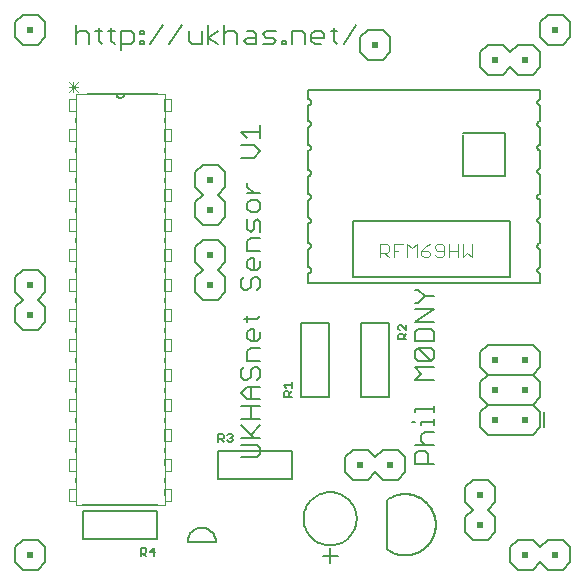
<source format=gto>
G75*
G70*
%OFA0B0*%
%FSLAX24Y24*%
%IPPOS*%
%LPD*%
%AMOC8*
5,1,8,0,0,1.08239X$1,22.5*
%
%ADD10C,0.0060*%
%ADD11C,0.0050*%
%ADD12C,0.0040*%
%ADD13C,0.0080*%
%ADD14R,0.0200X0.0200*%
%ADD15C,0.0030*%
%ADD16C,0.0000*%
D10*
X003420Y003830D02*
X005940Y003830D01*
X006160Y004610D02*
X006160Y004750D01*
X006160Y005610D02*
X006160Y005750D01*
X006160Y006610D02*
X006160Y006750D01*
X006160Y007610D02*
X006160Y007750D01*
X006160Y008610D02*
X006160Y008750D01*
X006160Y009610D02*
X006160Y009750D01*
X006160Y010610D02*
X006160Y010750D01*
X006160Y011610D02*
X006160Y011750D01*
X006160Y012610D02*
X006160Y012750D01*
X006160Y013610D02*
X006160Y013750D01*
X006160Y014610D02*
X006160Y014750D01*
X006160Y015610D02*
X006160Y015750D01*
X006160Y016610D02*
X006160Y016750D01*
X005940Y017530D02*
X004800Y017530D01*
X004560Y017530D01*
X003590Y017530D01*
X003200Y016750D02*
X003200Y016610D01*
X003200Y015750D02*
X003200Y015610D01*
X003200Y014750D02*
X003200Y014610D01*
X003200Y013750D02*
X003200Y013610D01*
X003200Y012750D02*
X003200Y012610D01*
X003200Y011750D02*
X003200Y011610D01*
X003200Y010750D02*
X003200Y010610D01*
X003200Y009750D02*
X003200Y009610D01*
X003200Y008750D02*
X003200Y008610D01*
X003200Y007750D02*
X003200Y007610D01*
X003200Y006750D02*
X003200Y006610D01*
X003200Y005750D02*
X003200Y005610D01*
X003200Y004750D02*
X003200Y004610D01*
X008709Y005430D02*
X009243Y005430D01*
X009350Y005537D01*
X009350Y005751D01*
X009243Y005857D01*
X008709Y005857D01*
X008709Y006075D02*
X009350Y006075D01*
X009136Y006075D02*
X008709Y006502D01*
X008709Y006719D02*
X009350Y006719D01*
X009350Y006502D02*
X009030Y006182D01*
X009030Y006719D02*
X009030Y007146D01*
X009030Y007364D02*
X009030Y007791D01*
X008923Y007791D02*
X009350Y007791D01*
X009243Y008009D02*
X009350Y008115D01*
X009350Y008329D01*
X009243Y008436D01*
X009136Y008436D01*
X009030Y008329D01*
X009030Y008115D01*
X008923Y008009D01*
X008816Y008009D01*
X008709Y008115D01*
X008709Y008329D01*
X008816Y008436D01*
X008923Y008653D02*
X008923Y008973D01*
X009030Y009080D01*
X009350Y009080D01*
X009243Y009298D02*
X009030Y009298D01*
X008923Y009404D01*
X008923Y009618D01*
X009030Y009725D01*
X009136Y009725D01*
X009136Y009298D01*
X009243Y009298D02*
X009350Y009404D01*
X009350Y009618D01*
X009243Y010049D02*
X008816Y010049D01*
X008923Y009942D02*
X008923Y010156D01*
X009243Y010049D02*
X009350Y010156D01*
X009243Y011016D02*
X009350Y011123D01*
X009350Y011337D01*
X009243Y011443D01*
X009136Y011443D01*
X009030Y011337D01*
X009030Y011123D01*
X008923Y011016D01*
X008816Y011016D01*
X008709Y011123D01*
X008709Y011337D01*
X008816Y011443D01*
X009030Y011661D02*
X008923Y011768D01*
X008923Y011981D01*
X009030Y012088D01*
X009136Y012088D01*
X009136Y011661D01*
X009030Y011661D02*
X009243Y011661D01*
X009350Y011768D01*
X009350Y011981D01*
X009350Y012306D02*
X008923Y012306D01*
X008923Y012626D01*
X009030Y012733D01*
X009350Y012733D01*
X009350Y012950D02*
X009350Y013270D01*
X009243Y013377D01*
X009136Y013270D01*
X009136Y013057D01*
X009030Y012950D01*
X008923Y013057D01*
X008923Y013377D01*
X009030Y013595D02*
X009243Y013595D01*
X009350Y013701D01*
X009350Y013915D01*
X009243Y014022D01*
X009030Y014022D01*
X008923Y013915D01*
X008923Y013701D01*
X009030Y013595D01*
X009136Y014239D02*
X008923Y014453D01*
X008923Y014559D01*
X008923Y014239D02*
X009350Y014239D01*
X009136Y015421D02*
X008709Y015421D01*
X008709Y015848D02*
X009136Y015848D01*
X009350Y015634D01*
X009136Y015421D01*
X008923Y016065D02*
X008709Y016279D01*
X009350Y016279D01*
X009350Y016492D02*
X009350Y016065D01*
X009441Y019210D02*
X009761Y019210D01*
X009868Y019317D01*
X009761Y019424D01*
X009547Y019424D01*
X009441Y019530D01*
X009547Y019637D01*
X009868Y019637D01*
X010085Y019317D02*
X010192Y019317D01*
X010192Y019210D01*
X010085Y019210D01*
X010085Y019317D01*
X010407Y019210D02*
X010407Y019637D01*
X010728Y019637D01*
X010835Y019530D01*
X010835Y019210D01*
X011052Y019317D02*
X011052Y019530D01*
X011159Y019637D01*
X011372Y019637D01*
X011479Y019530D01*
X011479Y019424D01*
X011052Y019424D01*
X011052Y019317D02*
X011159Y019210D01*
X011372Y019210D01*
X011803Y019317D02*
X011910Y019210D01*
X011803Y019317D02*
X011803Y019744D01*
X011697Y019637D02*
X011910Y019637D01*
X012126Y019210D02*
X012553Y019851D01*
X009223Y019530D02*
X009223Y019210D01*
X008903Y019210D01*
X008796Y019317D01*
X008903Y019424D01*
X009223Y019424D01*
X009223Y019530D02*
X009116Y019637D01*
X008903Y019637D01*
X008579Y019530D02*
X008579Y019210D01*
X008579Y019530D02*
X008472Y019637D01*
X008258Y019637D01*
X008152Y019530D01*
X007935Y019637D02*
X007614Y019424D01*
X007935Y019210D01*
X008152Y019210D02*
X008152Y019851D01*
X007614Y019851D02*
X007614Y019210D01*
X007397Y019210D02*
X007397Y019637D01*
X007397Y019210D02*
X007077Y019210D01*
X006970Y019317D01*
X006970Y019637D01*
X006752Y019851D02*
X006325Y019210D01*
X005681Y019210D02*
X006108Y019851D01*
X005465Y019637D02*
X005465Y019530D01*
X005358Y019530D01*
X005358Y019637D01*
X005465Y019637D01*
X005465Y019317D02*
X005465Y019210D01*
X005358Y019210D01*
X005358Y019317D01*
X005465Y019317D01*
X005141Y019317D02*
X005141Y019530D01*
X005034Y019637D01*
X004714Y019637D01*
X004714Y018996D01*
X004714Y019210D02*
X005034Y019210D01*
X005141Y019317D01*
X004498Y019210D02*
X004391Y019317D01*
X004391Y019744D01*
X004284Y019637D02*
X004498Y019637D01*
X004068Y019637D02*
X003855Y019637D01*
X003961Y019744D02*
X003961Y019317D01*
X004068Y019210D01*
X003637Y019210D02*
X003637Y019530D01*
X003530Y019637D01*
X003317Y019637D01*
X003210Y019530D01*
X003210Y019210D02*
X003210Y019851D01*
X004560Y017530D02*
X004562Y017509D01*
X004567Y017489D01*
X004576Y017470D01*
X004588Y017453D01*
X004603Y017438D01*
X004620Y017426D01*
X004639Y017417D01*
X004659Y017412D01*
X004680Y017410D01*
X004701Y017412D01*
X004721Y017417D01*
X004740Y017426D01*
X004757Y017438D01*
X004772Y017453D01*
X004784Y017470D01*
X004793Y017489D01*
X004798Y017509D01*
X004800Y017530D01*
X008923Y008653D02*
X009350Y008653D01*
X008923Y007791D02*
X008709Y007578D01*
X008923Y007364D01*
X009350Y007364D01*
X009350Y007146D02*
X008709Y007146D01*
X011680Y004270D02*
X011622Y004268D01*
X011564Y004262D01*
X011507Y004253D01*
X011451Y004240D01*
X011396Y004223D01*
X011341Y004203D01*
X011289Y004179D01*
X011238Y004151D01*
X011188Y004121D01*
X011141Y004087D01*
X011096Y004050D01*
X011054Y004011D01*
X011015Y003969D01*
X010978Y003924D01*
X010944Y003877D01*
X010914Y003828D01*
X010886Y003776D01*
X010862Y003724D01*
X010842Y003669D01*
X010825Y003614D01*
X010812Y003558D01*
X010803Y003501D01*
X010797Y003443D01*
X010795Y003385D01*
X010797Y003327D01*
X010803Y003269D01*
X010812Y003212D01*
X010825Y003156D01*
X010842Y003101D01*
X010862Y003046D01*
X010886Y002994D01*
X010914Y002943D01*
X010944Y002893D01*
X010978Y002846D01*
X011015Y002801D01*
X011054Y002759D01*
X011096Y002720D01*
X011141Y002683D01*
X011188Y002649D01*
X011237Y002619D01*
X011289Y002591D01*
X011341Y002567D01*
X011396Y002547D01*
X011451Y002530D01*
X011507Y002517D01*
X011564Y002508D01*
X011622Y002502D01*
X011680Y002500D01*
X011680Y002400D02*
X011680Y001900D01*
X011680Y002400D01*
X011430Y002150D02*
X011930Y002150D01*
X011430Y002150D01*
X011680Y002500D02*
X011738Y002502D01*
X011796Y002508D01*
X011853Y002517D01*
X011909Y002530D01*
X011964Y002547D01*
X012019Y002567D01*
X012071Y002591D01*
X012123Y002619D01*
X012172Y002649D01*
X012219Y002683D01*
X012264Y002720D01*
X012306Y002759D01*
X012345Y002801D01*
X012382Y002846D01*
X012416Y002893D01*
X012446Y002943D01*
X012474Y002994D01*
X012498Y003046D01*
X012518Y003101D01*
X012535Y003156D01*
X012548Y003212D01*
X012557Y003269D01*
X012563Y003327D01*
X012565Y003385D01*
X012563Y003443D01*
X012557Y003501D01*
X012548Y003558D01*
X012535Y003614D01*
X012518Y003669D01*
X012498Y003724D01*
X012474Y003776D01*
X012446Y003828D01*
X012416Y003877D01*
X012382Y003924D01*
X012345Y003969D01*
X012306Y004011D01*
X012264Y004050D01*
X012219Y004087D01*
X012172Y004121D01*
X012122Y004151D01*
X012071Y004179D01*
X012019Y004203D01*
X011964Y004223D01*
X011909Y004240D01*
X011853Y004253D01*
X011796Y004262D01*
X011738Y004268D01*
X011680Y004270D01*
X011622Y004268D01*
X011564Y004262D01*
X011507Y004253D01*
X011451Y004240D01*
X011396Y004223D01*
X011341Y004203D01*
X011289Y004179D01*
X011238Y004151D01*
X011188Y004121D01*
X011141Y004087D01*
X011096Y004050D01*
X011054Y004011D01*
X011015Y003969D01*
X010978Y003924D01*
X010944Y003877D01*
X010914Y003828D01*
X010886Y003776D01*
X010862Y003724D01*
X010842Y003669D01*
X010825Y003614D01*
X010812Y003558D01*
X010803Y003501D01*
X010797Y003443D01*
X010795Y003385D01*
X010797Y003327D01*
X010803Y003269D01*
X010812Y003212D01*
X010825Y003156D01*
X010842Y003101D01*
X010862Y003046D01*
X010886Y002994D01*
X010914Y002943D01*
X010944Y002893D01*
X010978Y002846D01*
X011015Y002801D01*
X011054Y002759D01*
X011096Y002720D01*
X011141Y002683D01*
X011188Y002649D01*
X011237Y002619D01*
X011289Y002591D01*
X011341Y002567D01*
X011396Y002547D01*
X011451Y002530D01*
X011507Y002517D01*
X011564Y002508D01*
X011622Y002502D01*
X011680Y002500D01*
X011738Y002502D01*
X011796Y002508D01*
X011853Y002517D01*
X011909Y002530D01*
X011964Y002547D01*
X012019Y002567D01*
X012071Y002591D01*
X012123Y002619D01*
X012172Y002649D01*
X012219Y002683D01*
X012264Y002720D01*
X012306Y002759D01*
X012345Y002801D01*
X012382Y002846D01*
X012416Y002893D01*
X012446Y002943D01*
X012474Y002994D01*
X012498Y003046D01*
X012518Y003101D01*
X012535Y003156D01*
X012548Y003212D01*
X012557Y003269D01*
X012563Y003327D01*
X012565Y003385D01*
X012563Y003443D01*
X012557Y003501D01*
X012548Y003558D01*
X012535Y003614D01*
X012518Y003669D01*
X012498Y003724D01*
X012474Y003776D01*
X012446Y003828D01*
X012416Y003877D01*
X012382Y003924D01*
X012345Y003969D01*
X012306Y004011D01*
X012264Y004050D01*
X012219Y004087D01*
X012172Y004121D01*
X012122Y004151D01*
X012071Y004179D01*
X012019Y004203D01*
X011964Y004223D01*
X011909Y004240D01*
X011853Y004253D01*
X011796Y004262D01*
X011738Y004268D01*
X011680Y004270D01*
X013560Y003990D02*
X013560Y002370D01*
X013560Y003090D02*
X013560Y003250D01*
X013740Y004110D02*
X013798Y004136D01*
X013857Y004157D01*
X013918Y004175D01*
X013979Y004189D01*
X014042Y004199D01*
X014104Y004205D01*
X014168Y004208D01*
X014231Y004207D01*
X014294Y004201D01*
X014356Y004192D01*
X014418Y004179D01*
X014479Y004162D01*
X014539Y004142D01*
X014597Y004118D01*
X014654Y004090D01*
X014709Y004059D01*
X014761Y004024D01*
X014812Y003986D01*
X014860Y003946D01*
X014906Y003902D01*
X014949Y003856D01*
X014989Y003807D01*
X015026Y003755D01*
X015059Y003702D01*
X015090Y003647D01*
X015116Y003589D01*
X015140Y003531D01*
X015159Y003471D01*
X015175Y003409D01*
X015187Y003347D01*
X015195Y003285D01*
X015199Y003222D01*
X015200Y003159D01*
X015196Y003096D01*
X015189Y003033D01*
X015178Y002971D01*
X015162Y002909D01*
X015144Y002849D01*
X015121Y002790D01*
X015095Y002732D01*
X015065Y002677D01*
X015033Y002623D01*
X014996Y002571D01*
X014957Y002522D01*
X014915Y002475D01*
X014870Y002431D01*
X014822Y002389D01*
X014772Y002351D01*
X014719Y002316D01*
X014664Y002284D01*
X014608Y002256D01*
X014550Y002231D01*
X014491Y002210D01*
X014430Y002192D01*
X014368Y002178D01*
X014306Y002168D01*
X014243Y002162D01*
X014180Y002160D01*
X013560Y002370D02*
X013612Y002333D01*
X013665Y002300D01*
X013720Y002269D01*
X013778Y002243D01*
X013836Y002219D01*
X013896Y002200D01*
X013957Y002184D01*
X014019Y002172D01*
X014082Y002164D01*
X014145Y002160D01*
X014208Y002159D01*
X014271Y002163D01*
X014334Y002170D01*
X014396Y002182D01*
X014457Y002197D01*
X014517Y002216D01*
X014576Y002238D01*
X014634Y002264D01*
X014689Y002294D01*
X014743Y002327D01*
X014795Y002363D01*
X014844Y002403D01*
X014891Y002445D01*
X014935Y002490D01*
X014976Y002538D01*
X015014Y002588D01*
X015049Y002641D01*
X015081Y002695D01*
X015109Y002752D01*
X015134Y002810D01*
X015155Y002869D01*
X015172Y002930D01*
X015185Y002992D01*
X015195Y003054D01*
X015201Y003117D01*
X015203Y003180D01*
X015201Y003243D01*
X015195Y003306D01*
X015185Y003368D01*
X015172Y003430D01*
X015155Y003491D01*
X015134Y003550D01*
X015109Y003608D01*
X015081Y003665D01*
X015049Y003719D01*
X015014Y003772D01*
X014976Y003822D01*
X014935Y003870D01*
X014891Y003915D01*
X014844Y003957D01*
X014795Y003997D01*
X014743Y004033D01*
X014689Y004066D01*
X014634Y004096D01*
X014576Y004122D01*
X014517Y004144D01*
X014457Y004163D01*
X014396Y004178D01*
X014334Y004190D01*
X014271Y004197D01*
X014208Y004201D01*
X014145Y004200D01*
X014082Y004196D01*
X014019Y004188D01*
X013957Y004176D01*
X013896Y004160D01*
X013836Y004141D01*
X013778Y004117D01*
X013720Y004091D01*
X013665Y004060D01*
X013612Y004027D01*
X013560Y003990D01*
X013730Y002260D02*
X013784Y002237D01*
X013838Y002217D01*
X013894Y002200D01*
X013950Y002185D01*
X014007Y002174D01*
X014065Y002166D01*
X014122Y002162D01*
X014180Y002160D01*
X014509Y005210D02*
X014509Y005530D01*
X014616Y005637D01*
X014830Y005637D01*
X014936Y005530D01*
X014936Y005210D01*
X015150Y005210D02*
X014509Y005210D01*
X014509Y005855D02*
X015150Y005855D01*
X014830Y005855D02*
X014723Y005961D01*
X014723Y006175D01*
X014830Y006282D01*
X015150Y006282D01*
X015150Y006499D02*
X015150Y006713D01*
X015150Y006606D02*
X014723Y006606D01*
X014723Y006499D01*
X014509Y006606D02*
X014403Y006606D01*
X014509Y006929D02*
X014509Y007036D01*
X015150Y007036D01*
X015150Y007142D02*
X015150Y006929D01*
X015150Y008003D02*
X014509Y008003D01*
X014723Y008217D01*
X014509Y008430D01*
X015150Y008430D01*
X015043Y008648D02*
X014616Y009075D01*
X015043Y009075D01*
X015150Y008968D01*
X015150Y008754D01*
X015043Y008648D01*
X014616Y008648D01*
X014509Y008754D01*
X014509Y008968D01*
X014616Y009075D01*
X014509Y009292D02*
X014509Y009612D01*
X014616Y009719D01*
X015043Y009719D01*
X015150Y009612D01*
X015150Y009292D01*
X014509Y009292D01*
X014509Y009937D02*
X015150Y010364D01*
X014509Y010364D01*
X014509Y010581D02*
X014616Y010581D01*
X014830Y010795D01*
X015150Y010795D01*
X014830Y010795D02*
X014616Y011008D01*
X014509Y011008D01*
X014509Y009937D02*
X015150Y009937D01*
D11*
X014225Y009841D02*
X014225Y009660D01*
X014045Y009841D01*
X014000Y009841D01*
X013955Y009795D01*
X013955Y009705D01*
X014000Y009660D01*
X014000Y009546D02*
X014090Y009546D01*
X014135Y009501D01*
X014135Y009366D01*
X014135Y009456D02*
X014225Y009546D01*
X014225Y009366D02*
X013955Y009366D01*
X013955Y009501D01*
X014000Y009546D01*
X012430Y011430D02*
X017680Y011430D01*
X017680Y013305D01*
X012430Y013305D01*
X012430Y011430D01*
X010943Y011570D02*
X010943Y011256D01*
X018680Y011256D01*
X018680Y011570D01*
X018662Y011572D01*
X018645Y011577D01*
X018628Y011585D01*
X018614Y011596D01*
X018602Y011609D01*
X018592Y011624D01*
X018586Y011641D01*
X018582Y011659D01*
X018582Y011677D01*
X018586Y011695D01*
X018592Y011712D01*
X018602Y011727D01*
X018614Y011740D01*
X018628Y011751D01*
X018645Y011759D01*
X018662Y011764D01*
X018680Y011766D01*
X018680Y011767D02*
X018680Y012382D01*
X018680Y012383D02*
X018662Y012385D01*
X018645Y012390D01*
X018628Y012398D01*
X018614Y012409D01*
X018602Y012422D01*
X018592Y012437D01*
X018586Y012454D01*
X018582Y012472D01*
X018582Y012490D01*
X018586Y012508D01*
X018592Y012525D01*
X018602Y012540D01*
X018614Y012553D01*
X018628Y012564D01*
X018645Y012572D01*
X018662Y012577D01*
X018680Y012579D01*
X018680Y013232D01*
X018680Y013233D02*
X018662Y013235D01*
X018645Y013240D01*
X018628Y013248D01*
X018614Y013259D01*
X018602Y013272D01*
X018592Y013287D01*
X018586Y013304D01*
X018582Y013322D01*
X018582Y013340D01*
X018586Y013358D01*
X018592Y013375D01*
X018602Y013390D01*
X018614Y013403D01*
X018628Y013414D01*
X018645Y013422D01*
X018662Y013427D01*
X018680Y013429D01*
X018680Y014020D01*
X018662Y014022D01*
X018645Y014027D01*
X018628Y014035D01*
X018614Y014046D01*
X018602Y014059D01*
X018592Y014074D01*
X018586Y014091D01*
X018582Y014109D01*
X018582Y014127D01*
X018586Y014145D01*
X018592Y014162D01*
X018602Y014177D01*
X018614Y014190D01*
X018628Y014201D01*
X018645Y014209D01*
X018662Y014214D01*
X018680Y014216D01*
X018680Y014869D01*
X018680Y014870D02*
X018662Y014872D01*
X018645Y014877D01*
X018628Y014885D01*
X018614Y014896D01*
X018602Y014909D01*
X018592Y014924D01*
X018586Y014941D01*
X018582Y014959D01*
X018582Y014977D01*
X018586Y014995D01*
X018592Y015012D01*
X018602Y015027D01*
X018614Y015040D01*
X018628Y015051D01*
X018645Y015059D01*
X018662Y015064D01*
X018680Y015066D01*
X018680Y015657D01*
X018662Y015659D01*
X018645Y015664D01*
X018628Y015672D01*
X018614Y015683D01*
X018602Y015696D01*
X018592Y015711D01*
X018586Y015728D01*
X018582Y015746D01*
X018582Y015764D01*
X018586Y015782D01*
X018592Y015799D01*
X018602Y015814D01*
X018614Y015827D01*
X018628Y015838D01*
X018645Y015846D01*
X018662Y015851D01*
X018680Y015853D01*
X018680Y015854D02*
X018680Y016444D01*
X018680Y016445D02*
X018662Y016447D01*
X018645Y016452D01*
X018628Y016460D01*
X018614Y016471D01*
X018602Y016484D01*
X018592Y016499D01*
X018586Y016516D01*
X018582Y016534D01*
X018582Y016552D01*
X018586Y016570D01*
X018592Y016587D01*
X018602Y016602D01*
X018614Y016615D01*
X018628Y016626D01*
X018645Y016634D01*
X018662Y016639D01*
X018680Y016641D01*
X018680Y017169D01*
X018680Y017170D02*
X018662Y017172D01*
X018645Y017177D01*
X018628Y017185D01*
X018614Y017196D01*
X018602Y017209D01*
X018592Y017224D01*
X018586Y017241D01*
X018582Y017259D01*
X018582Y017277D01*
X018586Y017295D01*
X018592Y017312D01*
X018602Y017327D01*
X018614Y017340D01*
X018628Y017351D01*
X018645Y017359D01*
X018662Y017364D01*
X018680Y017366D01*
X018680Y017680D01*
X010943Y017680D01*
X010943Y017366D01*
X010961Y017364D01*
X010978Y017359D01*
X010995Y017351D01*
X011009Y017340D01*
X011021Y017327D01*
X011031Y017312D01*
X011037Y017295D01*
X011041Y017277D01*
X011041Y017259D01*
X011037Y017241D01*
X011031Y017224D01*
X011021Y017209D01*
X011009Y017196D01*
X010995Y017185D01*
X010978Y017177D01*
X010961Y017172D01*
X010943Y017170D01*
X010943Y017169D02*
X010943Y016641D01*
X010961Y016639D01*
X010978Y016634D01*
X010995Y016626D01*
X011009Y016615D01*
X011021Y016602D01*
X011031Y016587D01*
X011037Y016570D01*
X011041Y016552D01*
X011041Y016534D01*
X011037Y016516D01*
X011031Y016499D01*
X011021Y016484D01*
X011009Y016471D01*
X010995Y016460D01*
X010978Y016452D01*
X010961Y016447D01*
X010943Y016445D01*
X010943Y016444D02*
X010943Y015854D01*
X010943Y015853D02*
X010961Y015851D01*
X010978Y015846D01*
X010995Y015838D01*
X011009Y015827D01*
X011021Y015814D01*
X011031Y015799D01*
X011037Y015782D01*
X011041Y015764D01*
X011041Y015746D01*
X011037Y015728D01*
X011031Y015711D01*
X011021Y015696D01*
X011009Y015683D01*
X010995Y015672D01*
X010978Y015664D01*
X010961Y015659D01*
X010943Y015657D01*
X010943Y015004D01*
X010943Y015003D02*
X010961Y015001D01*
X010978Y014996D01*
X010995Y014988D01*
X011009Y014977D01*
X011021Y014964D01*
X011031Y014949D01*
X011037Y014932D01*
X011041Y014914D01*
X011041Y014896D01*
X011037Y014878D01*
X011031Y014861D01*
X011021Y014846D01*
X011009Y014833D01*
X010995Y014822D01*
X010978Y014814D01*
X010961Y014809D01*
X010943Y014807D01*
X010943Y014216D01*
X010961Y014214D01*
X010978Y014209D01*
X010995Y014201D01*
X011009Y014190D01*
X011021Y014177D01*
X011031Y014162D01*
X011037Y014145D01*
X011041Y014127D01*
X011041Y014109D01*
X011037Y014091D01*
X011031Y014074D01*
X011021Y014059D01*
X011009Y014046D01*
X010995Y014035D01*
X010978Y014027D01*
X010961Y014022D01*
X010943Y014020D01*
X010943Y013429D01*
X010961Y013427D01*
X010978Y013422D01*
X010995Y013414D01*
X011009Y013403D01*
X011021Y013390D01*
X011031Y013375D01*
X011037Y013358D01*
X011041Y013340D01*
X011041Y013322D01*
X011037Y013304D01*
X011031Y013287D01*
X011021Y013272D01*
X011009Y013259D01*
X010995Y013248D01*
X010978Y013240D01*
X010961Y013235D01*
X010943Y013233D01*
X010943Y013232D02*
X010943Y012579D01*
X010961Y012577D01*
X010978Y012572D01*
X010995Y012564D01*
X011009Y012553D01*
X011021Y012540D01*
X011031Y012525D01*
X011037Y012508D01*
X011041Y012490D01*
X011041Y012472D01*
X011037Y012454D01*
X011031Y012437D01*
X011021Y012422D01*
X011009Y012409D01*
X010995Y012398D01*
X010978Y012390D01*
X010961Y012385D01*
X010943Y012383D01*
X010943Y012382D02*
X010943Y011767D01*
X010943Y011766D02*
X010961Y011764D01*
X010978Y011759D01*
X010995Y011751D01*
X011009Y011740D01*
X011021Y011727D01*
X011031Y011712D01*
X011037Y011695D01*
X011041Y011677D01*
X011041Y011659D01*
X011037Y011641D01*
X011031Y011624D01*
X011021Y011609D01*
X011009Y011596D01*
X010995Y011585D01*
X010978Y011577D01*
X010961Y011572D01*
X010943Y011570D01*
X010405Y007930D02*
X010405Y007750D01*
X010405Y007840D02*
X010135Y007840D01*
X010225Y007750D01*
X010180Y007635D02*
X010270Y007635D01*
X010315Y007590D01*
X010315Y007455D01*
X010405Y007455D02*
X010135Y007455D01*
X010135Y007590D01*
X010180Y007635D01*
X010315Y007545D02*
X010405Y007635D01*
X008430Y006180D02*
X008430Y006135D01*
X008385Y006090D01*
X008430Y006045D01*
X008430Y006000D01*
X008385Y005955D01*
X008295Y005955D01*
X008250Y006000D01*
X008135Y005955D02*
X008045Y006045D01*
X008090Y006045D02*
X007955Y006045D01*
X007955Y005955D02*
X007955Y006225D01*
X008090Y006225D01*
X008135Y006180D01*
X008135Y006090D01*
X008090Y006045D01*
X008250Y006180D02*
X008295Y006225D01*
X008385Y006225D01*
X008430Y006180D01*
X008385Y006090D02*
X008340Y006090D01*
X007868Y002618D02*
X006930Y002618D01*
X006932Y002660D01*
X006938Y002702D01*
X006947Y002743D01*
X006960Y002783D01*
X006976Y002821D01*
X006996Y002859D01*
X007020Y002894D01*
X007046Y002927D01*
X007075Y002957D01*
X007107Y002985D01*
X007141Y003009D01*
X007177Y003031D01*
X007215Y003049D01*
X007254Y003064D01*
X007295Y003075D01*
X007336Y003083D01*
X007378Y003087D01*
X007420Y003087D01*
X007462Y003083D01*
X007503Y003075D01*
X007544Y003064D01*
X007583Y003049D01*
X007621Y003031D01*
X007657Y003009D01*
X007691Y002985D01*
X007723Y002957D01*
X007752Y002927D01*
X007778Y002894D01*
X007802Y002859D01*
X007822Y002821D01*
X007838Y002783D01*
X007851Y002743D01*
X007860Y002702D01*
X007866Y002660D01*
X007868Y002618D01*
X005841Y002270D02*
X005660Y002270D01*
X005795Y002405D01*
X005795Y002135D01*
X005546Y002135D02*
X005456Y002225D01*
X005501Y002225D02*
X005366Y002225D01*
X005366Y002135D02*
X005366Y002405D01*
X005501Y002405D01*
X005546Y002360D01*
X005546Y002270D01*
X005501Y002225D01*
X016118Y014805D02*
X017493Y014805D01*
X017493Y016243D01*
X016118Y016243D01*
X016118Y016180D02*
X016118Y014805D01*
D12*
X016098Y012555D02*
X016098Y012094D01*
X016251Y012248D01*
X016405Y012094D01*
X016405Y012555D01*
X015944Y012555D02*
X015944Y012094D01*
X015944Y012324D02*
X015637Y012324D01*
X015484Y012324D02*
X015254Y012324D01*
X015177Y012401D01*
X015177Y012478D01*
X015254Y012555D01*
X015407Y012555D01*
X015484Y012478D01*
X015484Y012171D01*
X015407Y012094D01*
X015254Y012094D01*
X015177Y012171D01*
X015024Y012171D02*
X015024Y012248D01*
X014947Y012324D01*
X014717Y012324D01*
X014717Y012171D01*
X014793Y012094D01*
X014947Y012094D01*
X015024Y012171D01*
X014870Y012478D02*
X014717Y012324D01*
X014870Y012478D02*
X015024Y012555D01*
X014563Y012555D02*
X014563Y012094D01*
X014256Y012094D02*
X014256Y012555D01*
X014410Y012401D01*
X014563Y012555D01*
X014103Y012555D02*
X013796Y012555D01*
X013796Y012094D01*
X013642Y012094D02*
X013489Y012248D01*
X013566Y012248D02*
X013336Y012248D01*
X013336Y012094D02*
X013336Y012555D01*
X013566Y012555D01*
X013642Y012478D01*
X013642Y012324D01*
X013566Y012248D01*
X013796Y012324D02*
X013949Y012324D01*
X015637Y012094D02*
X015637Y012555D01*
D13*
X001930Y001680D02*
X001430Y001680D01*
X001180Y001930D01*
X001180Y002430D01*
X001430Y002680D01*
X001930Y002680D01*
X002180Y002430D01*
X002180Y001930D01*
X001930Y001680D01*
X003440Y002708D02*
X003440Y003652D01*
X005920Y003652D01*
X005920Y002708D01*
X003440Y002708D01*
X007940Y004708D02*
X010420Y004708D01*
X010420Y005652D01*
X007940Y005652D01*
X007940Y004708D01*
X010708Y007440D02*
X010708Y009920D01*
X011652Y009920D01*
X011652Y007440D01*
X010708Y007440D01*
X012430Y005680D02*
X012930Y005680D01*
X013180Y005430D01*
X013430Y005680D01*
X013930Y005680D01*
X014180Y005430D01*
X014180Y004930D01*
X013930Y004680D01*
X013430Y004680D01*
X013180Y004930D01*
X012930Y004680D01*
X012430Y004680D01*
X012180Y004930D01*
X012180Y005430D01*
X012430Y005680D01*
X012708Y007440D02*
X012708Y009920D01*
X013652Y009920D01*
X013652Y007440D01*
X012708Y007440D01*
X016180Y004430D02*
X016180Y003930D01*
X016430Y003680D01*
X016180Y003430D01*
X016180Y002930D01*
X016430Y002680D01*
X016930Y002680D01*
X017180Y002930D01*
X017180Y003430D01*
X016930Y003680D01*
X017180Y003930D01*
X017180Y004430D01*
X016930Y004680D01*
X016430Y004680D01*
X016180Y004430D01*
X016930Y006180D02*
X016680Y006430D01*
X016680Y006930D01*
X016930Y007180D01*
X018430Y007180D01*
X018680Y007430D01*
X018680Y007930D01*
X018430Y008180D01*
X016930Y008180D01*
X016680Y008430D01*
X016680Y008930D01*
X016930Y009180D01*
X018430Y009180D01*
X018680Y008930D01*
X018680Y008430D01*
X018430Y008180D01*
X018430Y007180D02*
X018680Y006930D01*
X018680Y006430D01*
X018430Y006180D01*
X016930Y006180D01*
X016930Y007180D02*
X016680Y007430D01*
X016680Y007930D01*
X016930Y008180D01*
X018812Y006930D02*
X018812Y006430D01*
X018930Y002680D02*
X019430Y002680D01*
X019680Y002430D01*
X019680Y001930D01*
X019430Y001680D01*
X018930Y001680D01*
X018680Y001930D01*
X018430Y001680D01*
X017930Y001680D01*
X017680Y001930D01*
X017680Y002430D01*
X017930Y002680D01*
X018430Y002680D01*
X018680Y002430D01*
X018930Y002680D01*
X008180Y010930D02*
X007930Y010680D01*
X007430Y010680D01*
X007180Y010930D01*
X007180Y011430D01*
X007430Y011680D01*
X007180Y011930D01*
X007180Y012430D01*
X007430Y012680D01*
X007930Y012680D01*
X008180Y012430D01*
X008180Y011930D01*
X007930Y011680D01*
X008180Y011430D01*
X008180Y010930D01*
X007930Y013180D02*
X007430Y013180D01*
X007180Y013430D01*
X007180Y013930D01*
X007430Y014180D01*
X007180Y014430D01*
X007180Y014930D01*
X007430Y015180D01*
X007930Y015180D01*
X008180Y014930D01*
X008180Y014430D01*
X007930Y014180D01*
X008180Y013930D01*
X008180Y013430D01*
X007930Y013180D01*
X012930Y018680D02*
X013430Y018680D01*
X013680Y018930D01*
X013680Y019430D01*
X013430Y019680D01*
X012930Y019680D01*
X012680Y019430D01*
X012680Y018930D01*
X012930Y018680D01*
X016680Y018430D02*
X016680Y018930D01*
X016930Y019180D01*
X017430Y019180D01*
X017680Y018930D01*
X017930Y019180D01*
X018430Y019180D01*
X018680Y018930D01*
X018680Y018430D01*
X018430Y018180D01*
X017930Y018180D01*
X017680Y018430D01*
X017430Y018180D01*
X016930Y018180D01*
X016680Y018430D01*
X018680Y019430D02*
X018930Y019180D01*
X019430Y019180D01*
X019680Y019430D01*
X019680Y019930D01*
X019430Y020180D01*
X018930Y020180D01*
X018680Y019930D01*
X018680Y019430D01*
X002180Y019430D02*
X002180Y019930D01*
X001930Y020180D01*
X001430Y020180D01*
X001180Y019930D01*
X001180Y019430D01*
X001430Y019180D01*
X001930Y019180D01*
X002180Y019430D01*
X001930Y011680D02*
X001430Y011680D01*
X001180Y011430D01*
X001180Y010930D01*
X001430Y010680D01*
X001180Y010430D01*
X001180Y009930D01*
X001430Y009680D01*
X001930Y009680D01*
X002180Y009930D01*
X002180Y010430D01*
X001930Y010680D01*
X002180Y010930D01*
X002180Y011430D01*
X001930Y011680D01*
D14*
X001680Y011180D03*
X001680Y010180D03*
X007680Y011180D03*
X007680Y012180D03*
X007680Y013680D03*
X007680Y014680D03*
X013180Y019180D03*
X017180Y018680D03*
X018180Y018680D03*
X019180Y019680D03*
X018180Y008680D03*
X018180Y007680D03*
X018180Y006680D03*
X017180Y006680D03*
X017180Y007680D03*
X017180Y008680D03*
X013680Y005180D03*
X012680Y005180D03*
X016680Y004180D03*
X016680Y003180D03*
X018180Y002180D03*
X019180Y002180D03*
X001680Y002180D03*
X001680Y019680D03*
D15*
X002965Y017927D02*
X003279Y017613D01*
X002965Y017927D01*
X002965Y017770D02*
X003279Y017770D01*
X002965Y017770D01*
X002965Y017613D02*
X003279Y017927D01*
X002965Y017613D01*
X003122Y017613D02*
X003122Y017927D01*
X003122Y017613D01*
D16*
X003200Y017530D02*
X003200Y003830D01*
X006160Y003830D01*
X006160Y017530D01*
X004800Y017530D01*
X004560Y017530D01*
X003200Y017530D01*
X003200Y017380D02*
X002980Y017380D01*
X002980Y016980D01*
X003200Y016980D01*
X003200Y017380D01*
X003200Y016380D02*
X002980Y016380D01*
X002980Y015980D01*
X003200Y015980D01*
X003200Y016380D01*
X003200Y015380D02*
X002980Y015380D01*
X002980Y014980D01*
X003200Y014980D01*
X003200Y015380D01*
X003200Y014380D02*
X002980Y014380D01*
X002980Y013980D01*
X003200Y013980D01*
X003200Y014380D01*
X003200Y013380D02*
X002980Y013380D01*
X002980Y012980D01*
X003200Y012980D01*
X003200Y013380D01*
X003200Y012380D02*
X002980Y012380D01*
X002980Y011980D01*
X003200Y011980D01*
X003200Y012380D01*
X003200Y011380D02*
X002980Y011380D01*
X002980Y010980D01*
X003200Y010980D01*
X003200Y011380D01*
X003200Y010380D02*
X002980Y010380D01*
X002980Y009980D01*
X003200Y009980D01*
X003200Y010380D01*
X003200Y009380D02*
X002980Y009380D01*
X002990Y008980D01*
X003210Y008980D01*
X003200Y009380D01*
X003210Y008380D02*
X002990Y008380D01*
X002990Y007980D01*
X003210Y007980D01*
X003210Y008380D01*
X003210Y007380D02*
X002990Y007380D01*
X002990Y006980D01*
X003210Y006980D01*
X003210Y007380D01*
X003210Y006380D02*
X002990Y006380D01*
X002990Y005980D01*
X003210Y005980D01*
X003210Y006380D01*
X003210Y005380D02*
X002990Y005380D01*
X002990Y004980D01*
X003210Y004980D01*
X003210Y005380D01*
X003210Y004380D02*
X002990Y004370D01*
X002990Y003980D01*
X003210Y003980D01*
X003210Y004380D01*
X006150Y004380D02*
X006160Y003980D01*
X006380Y003980D01*
X006370Y004380D01*
X006150Y004380D01*
X006160Y004980D02*
X006380Y004980D01*
X006370Y005380D01*
X006150Y005380D01*
X006160Y004980D01*
X006150Y005980D02*
X006370Y005980D01*
X006370Y006380D01*
X006150Y006380D01*
X006150Y005980D01*
X006150Y006980D02*
X006370Y006980D01*
X006370Y007380D01*
X006150Y007380D01*
X006150Y006980D01*
X006150Y007980D02*
X006370Y007980D01*
X006370Y008380D01*
X006150Y008380D01*
X006150Y007980D01*
X006150Y008980D02*
X006370Y008980D01*
X006370Y009380D01*
X006150Y009380D01*
X006150Y008980D01*
X006150Y009980D02*
X006370Y009980D01*
X006370Y010380D01*
X006150Y010380D01*
X006150Y009980D01*
X006150Y010980D02*
X006370Y010980D01*
X006370Y011380D01*
X006150Y011380D01*
X006150Y010980D01*
X006150Y011980D02*
X006370Y011980D01*
X006370Y012380D01*
X006150Y012380D01*
X006150Y011980D01*
X006150Y012980D02*
X006370Y012980D01*
X006370Y013380D01*
X006150Y013380D01*
X006150Y012980D01*
X006150Y013980D02*
X006370Y013980D01*
X006370Y014380D01*
X006150Y014380D01*
X006150Y013980D01*
X006150Y014980D02*
X006370Y014980D01*
X006370Y015380D01*
X006150Y015380D01*
X006150Y014980D01*
X006150Y015980D02*
X006370Y015980D01*
X006370Y016380D01*
X006150Y016380D01*
X006150Y015980D01*
X006150Y016980D02*
X006370Y016980D01*
X006370Y017380D01*
X006150Y017380D01*
X006150Y016980D01*
X004800Y017530D02*
X004798Y017509D01*
X004793Y017489D01*
X004784Y017470D01*
X004772Y017453D01*
X004757Y017438D01*
X004740Y017426D01*
X004721Y017417D01*
X004701Y017412D01*
X004680Y017410D01*
X004659Y017412D01*
X004639Y017417D01*
X004620Y017426D01*
X004603Y017438D01*
X004588Y017453D01*
X004576Y017470D01*
X004567Y017489D01*
X004562Y017509D01*
X004560Y017530D01*
M02*

</source>
